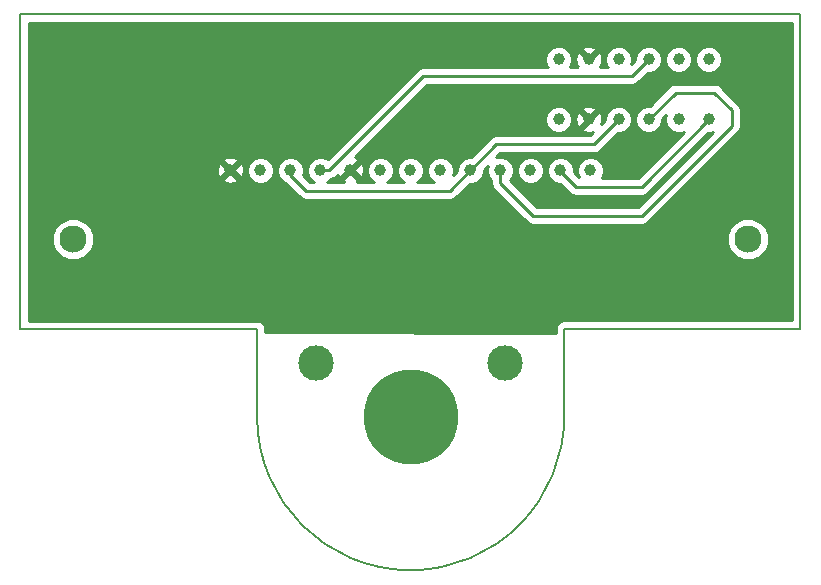
<source format=gbl>
G04 (created by PCBNEW (2012-nov-02)-testing) date Thu 24 Jan 2013 15:35:23 EST*
%MOIN*%
G04 Gerber Fmt 3.4, Leading zero omitted, Abs format*
%FSLAX34Y34*%
G01*
G70*
G90*
G04 APERTURE LIST*
%ADD10C,0.006*%
%ADD11C,0.00590551*%
%ADD12C,0.0393701*%
%ADD13C,0.11811*%
%ADD14C,0.314961*%
%ADD15C,0.0905512*%
%ADD16C,0.01*%
G04 APERTURE END LIST*
G54D10*
G54D11*
X90167Y-51299D02*
X98041Y-51299D01*
X90171Y-54187D02*
X90171Y-51312D01*
X85088Y-59344D02*
G75*
G03X90171Y-54190I-35J5118D01*
G74*
G01*
X79935Y-54226D02*
G75*
G03X85053Y-59344I5118J0D01*
G74*
G01*
X79935Y-51312D02*
X79935Y-54344D01*
X79541Y-51312D02*
X79935Y-51312D01*
X98047Y-40818D02*
X98047Y-51318D01*
X72047Y-40818D02*
X98047Y-40818D01*
X72047Y-51318D02*
X72047Y-40818D01*
X72047Y-51318D02*
X79547Y-51318D01*
G54D12*
X91994Y-44318D03*
X90994Y-44318D03*
X89994Y-44318D03*
X89994Y-42318D03*
X90994Y-42318D03*
X91994Y-42318D03*
X92994Y-44318D03*
X93994Y-44318D03*
X94994Y-44318D03*
X94994Y-42318D03*
X93994Y-42318D03*
X92994Y-42318D03*
X79047Y-46011D03*
X80047Y-46011D03*
X81047Y-46011D03*
X82047Y-46011D03*
X83047Y-46011D03*
X84047Y-46011D03*
X85047Y-46011D03*
X86047Y-46011D03*
X87047Y-46011D03*
X88047Y-46011D03*
X89047Y-46011D03*
X90047Y-46011D03*
X91047Y-46011D03*
G54D13*
X81903Y-52454D03*
X88202Y-52454D03*
G54D14*
X85053Y-54226D03*
G54D15*
X73800Y-48318D03*
X96294Y-48318D03*
G54D16*
X90047Y-46011D02*
X90047Y-46050D01*
X92756Y-46557D02*
X94994Y-44318D01*
X90553Y-46557D02*
X92756Y-46557D01*
X90047Y-46050D02*
X90553Y-46557D01*
X88047Y-46011D02*
X88047Y-46452D01*
X93886Y-43427D02*
X92994Y-44318D01*
X95179Y-43427D02*
X93886Y-43427D01*
X95770Y-44017D02*
X95179Y-43427D01*
X95770Y-44529D02*
X95770Y-44017D01*
X92758Y-47541D02*
X95770Y-44529D01*
X89136Y-47541D02*
X92758Y-47541D01*
X88047Y-46452D02*
X89136Y-47541D01*
X82047Y-46011D02*
X82338Y-46011D01*
X92437Y-42875D02*
X92994Y-42318D01*
X85474Y-42875D02*
X92437Y-42875D01*
X82338Y-46011D02*
X85474Y-42875D01*
X81047Y-46011D02*
X81047Y-46174D01*
X86354Y-46704D02*
X87047Y-46011D01*
X81577Y-46704D02*
X86354Y-46704D01*
X81047Y-46174D02*
X81577Y-46704D01*
X87047Y-46011D02*
X87053Y-46011D01*
X87053Y-46011D02*
X87915Y-45149D01*
X87915Y-45149D02*
X91163Y-45149D01*
X91163Y-45149D02*
X91994Y-44318D01*
G54D10*
G36*
X97767Y-51019D02*
X96997Y-51019D01*
X96997Y-48179D01*
X96890Y-47921D01*
X96693Y-47723D01*
X96434Y-47616D01*
X96155Y-47616D01*
X96070Y-47651D01*
X96070Y-44529D01*
X96070Y-44017D01*
X96047Y-43902D01*
X95982Y-43805D01*
X95982Y-43805D01*
X95441Y-43264D01*
X95441Y-42230D01*
X95373Y-42066D01*
X95247Y-41940D01*
X95083Y-41872D01*
X94905Y-41871D01*
X94741Y-41939D01*
X94615Y-42065D01*
X94547Y-42229D01*
X94547Y-42407D01*
X94615Y-42571D01*
X94741Y-42697D01*
X94905Y-42765D01*
X95082Y-42765D01*
X95247Y-42697D01*
X95373Y-42572D01*
X95441Y-42408D01*
X95441Y-42230D01*
X95441Y-43264D01*
X95391Y-43215D01*
X95294Y-43150D01*
X95179Y-43127D01*
X94441Y-43127D01*
X94441Y-42230D01*
X94373Y-42066D01*
X94247Y-41940D01*
X94083Y-41872D01*
X93905Y-41871D01*
X93741Y-41939D01*
X93615Y-42065D01*
X93547Y-42229D01*
X93547Y-42407D01*
X93615Y-42571D01*
X93741Y-42697D01*
X93905Y-42765D01*
X94082Y-42765D01*
X94247Y-42697D01*
X94373Y-42572D01*
X94441Y-42408D01*
X94441Y-42230D01*
X94441Y-43127D01*
X93886Y-43127D01*
X93771Y-43150D01*
X93674Y-43215D01*
X93017Y-43872D01*
X92905Y-43871D01*
X92741Y-43939D01*
X92615Y-44065D01*
X92547Y-44229D01*
X92547Y-44407D01*
X92615Y-44571D01*
X92741Y-44697D01*
X92905Y-44765D01*
X93082Y-44765D01*
X93247Y-44697D01*
X93373Y-44572D01*
X93441Y-44408D01*
X93441Y-44296D01*
X93575Y-44161D01*
X93547Y-44229D01*
X93547Y-44407D01*
X93615Y-44571D01*
X93741Y-44697D01*
X93905Y-44765D01*
X94082Y-44765D01*
X94151Y-44737D01*
X92632Y-46257D01*
X91429Y-46257D01*
X91494Y-46101D01*
X91494Y-45923D01*
X91426Y-45759D01*
X91300Y-45633D01*
X91136Y-45565D01*
X90958Y-45564D01*
X90794Y-45632D01*
X90668Y-45758D01*
X90600Y-45922D01*
X90600Y-46100D01*
X90656Y-46235D01*
X90494Y-46073D01*
X90494Y-45923D01*
X90426Y-45759D01*
X90300Y-45633D01*
X90136Y-45565D01*
X89958Y-45564D01*
X89794Y-45632D01*
X89668Y-45758D01*
X89600Y-45922D01*
X89600Y-46100D01*
X89668Y-46264D01*
X89793Y-46390D01*
X89957Y-46458D01*
X90030Y-46458D01*
X90341Y-46769D01*
X90341Y-46769D01*
X90438Y-46834D01*
X90553Y-46857D01*
X92756Y-46857D01*
X92756Y-46857D01*
X92871Y-46834D01*
X92871Y-46834D01*
X92968Y-46769D01*
X94971Y-44765D01*
X95082Y-44765D01*
X95128Y-44747D01*
X92634Y-47241D01*
X89494Y-47241D01*
X89494Y-45923D01*
X89426Y-45759D01*
X89300Y-45633D01*
X89136Y-45565D01*
X88958Y-45564D01*
X88794Y-45632D01*
X88668Y-45758D01*
X88600Y-45922D01*
X88600Y-46100D01*
X88668Y-46264D01*
X88793Y-46390D01*
X88957Y-46458D01*
X89135Y-46458D01*
X89300Y-46390D01*
X89425Y-46265D01*
X89494Y-46101D01*
X89494Y-45923D01*
X89494Y-47241D01*
X89260Y-47241D01*
X88355Y-46335D01*
X88425Y-46265D01*
X88494Y-46101D01*
X88494Y-45923D01*
X88426Y-45759D01*
X88300Y-45633D01*
X88136Y-45565D01*
X87958Y-45564D01*
X87900Y-45588D01*
X88040Y-45449D01*
X91163Y-45449D01*
X91163Y-45449D01*
X91278Y-45426D01*
X91278Y-45426D01*
X91375Y-45361D01*
X91971Y-44765D01*
X92082Y-44765D01*
X92247Y-44697D01*
X92373Y-44572D01*
X92441Y-44408D01*
X92441Y-44230D01*
X92373Y-44066D01*
X92247Y-43940D01*
X92083Y-43872D01*
X91905Y-43871D01*
X91741Y-43939D01*
X91615Y-44065D01*
X91547Y-44229D01*
X91547Y-44341D01*
X91413Y-44475D01*
X91446Y-44375D01*
X91433Y-44198D01*
X91390Y-44093D01*
X91305Y-44078D01*
X91234Y-44149D01*
X91234Y-44007D01*
X91220Y-43923D01*
X91051Y-43866D01*
X90874Y-43879D01*
X90768Y-43923D01*
X90754Y-44007D01*
X90994Y-44248D01*
X91234Y-44007D01*
X91234Y-44149D01*
X91100Y-44283D01*
X91065Y-44318D01*
X90994Y-44389D01*
X90959Y-44424D01*
X90923Y-44460D01*
X90923Y-44318D01*
X90683Y-44078D01*
X90598Y-44093D01*
X90542Y-44261D01*
X90555Y-44439D01*
X90598Y-44544D01*
X90683Y-44559D01*
X90923Y-44318D01*
X90923Y-44460D01*
X90754Y-44629D01*
X90768Y-44714D01*
X90937Y-44770D01*
X91114Y-44758D01*
X91142Y-44747D01*
X91039Y-44849D01*
X90441Y-44849D01*
X90441Y-44230D01*
X90373Y-44066D01*
X90247Y-43940D01*
X90083Y-43872D01*
X89905Y-43871D01*
X89741Y-43939D01*
X89615Y-44065D01*
X89547Y-44229D01*
X89547Y-44407D01*
X89615Y-44571D01*
X89741Y-44697D01*
X89905Y-44765D01*
X90082Y-44765D01*
X90247Y-44697D01*
X90373Y-44572D01*
X90441Y-44408D01*
X90441Y-44230D01*
X90441Y-44849D01*
X87915Y-44849D01*
X87800Y-44872D01*
X87703Y-44937D01*
X87076Y-45564D01*
X86958Y-45564D01*
X86794Y-45632D01*
X86668Y-45758D01*
X86600Y-45922D01*
X86600Y-46034D01*
X86465Y-46168D01*
X86494Y-46101D01*
X86494Y-45923D01*
X86426Y-45759D01*
X86300Y-45633D01*
X86136Y-45565D01*
X85958Y-45564D01*
X85794Y-45632D01*
X85668Y-45758D01*
X85600Y-45922D01*
X85600Y-46100D01*
X85668Y-46264D01*
X85793Y-46390D01*
X85828Y-46404D01*
X85266Y-46404D01*
X85300Y-46390D01*
X85425Y-46265D01*
X85494Y-46101D01*
X85494Y-45923D01*
X85426Y-45759D01*
X85300Y-45633D01*
X85136Y-45565D01*
X84958Y-45564D01*
X84794Y-45632D01*
X84668Y-45758D01*
X84600Y-45922D01*
X84600Y-46100D01*
X84668Y-46264D01*
X84793Y-46390D01*
X84828Y-46404D01*
X84266Y-46404D01*
X84300Y-46390D01*
X84425Y-46265D01*
X84494Y-46101D01*
X84494Y-45923D01*
X84426Y-45759D01*
X84300Y-45633D01*
X84136Y-45565D01*
X83958Y-45564D01*
X83794Y-45632D01*
X83668Y-45758D01*
X83600Y-45922D01*
X83600Y-46100D01*
X83668Y-46264D01*
X83793Y-46390D01*
X83828Y-46404D01*
X83499Y-46404D01*
X83499Y-46068D01*
X83486Y-45891D01*
X83442Y-45786D01*
X83358Y-45771D01*
X83117Y-46011D01*
X83358Y-46252D01*
X83442Y-46237D01*
X83499Y-46068D01*
X83499Y-46404D01*
X83273Y-46404D01*
X83287Y-46322D01*
X83047Y-46082D01*
X82806Y-46322D01*
X82821Y-46404D01*
X82266Y-46404D01*
X82300Y-46390D01*
X82389Y-46301D01*
X82453Y-46288D01*
X82453Y-46288D01*
X82551Y-46223D01*
X82618Y-46156D01*
X82651Y-46237D01*
X82736Y-46252D01*
X82941Y-46047D01*
X82941Y-46047D01*
X82976Y-46011D01*
X83047Y-45941D01*
X83082Y-45905D01*
X83287Y-45700D01*
X83272Y-45616D01*
X83187Y-45587D01*
X85599Y-43175D01*
X92437Y-43175D01*
X92437Y-43175D01*
X92552Y-43153D01*
X92552Y-43153D01*
X92649Y-43088D01*
X92971Y-42765D01*
X93082Y-42765D01*
X93247Y-42697D01*
X93373Y-42572D01*
X93441Y-42408D01*
X93441Y-42230D01*
X93373Y-42066D01*
X93247Y-41940D01*
X93083Y-41872D01*
X92905Y-41871D01*
X92741Y-41939D01*
X92615Y-42065D01*
X92547Y-42229D01*
X92547Y-42341D01*
X92413Y-42476D01*
X92441Y-42408D01*
X92441Y-42230D01*
X92373Y-42066D01*
X92247Y-41940D01*
X92083Y-41872D01*
X91905Y-41871D01*
X91741Y-41939D01*
X91615Y-42065D01*
X91547Y-42229D01*
X91547Y-42407D01*
X91615Y-42571D01*
X91619Y-42575D01*
X91446Y-42575D01*
X91380Y-42575D01*
X91386Y-42569D01*
X91365Y-42548D01*
X91390Y-42544D01*
X91446Y-42375D01*
X91433Y-42198D01*
X91390Y-42093D01*
X91305Y-42078D01*
X91234Y-42149D01*
X91234Y-42007D01*
X91220Y-41923D01*
X91051Y-41866D01*
X90874Y-41879D01*
X90768Y-41923D01*
X90754Y-42007D01*
X90994Y-42248D01*
X91234Y-42007D01*
X91234Y-42149D01*
X91100Y-42283D01*
X91065Y-42318D01*
X90994Y-42389D01*
X90923Y-42318D01*
X90888Y-42283D01*
X90683Y-42078D01*
X90598Y-42093D01*
X90542Y-42261D01*
X90555Y-42439D01*
X90598Y-42544D01*
X90623Y-42548D01*
X90602Y-42569D01*
X90608Y-42575D01*
X90369Y-42575D01*
X90373Y-42572D01*
X90441Y-42408D01*
X90441Y-42230D01*
X90373Y-42066D01*
X90247Y-41940D01*
X90083Y-41872D01*
X89905Y-41871D01*
X89741Y-41939D01*
X89615Y-42065D01*
X89547Y-42229D01*
X89547Y-42407D01*
X89615Y-42571D01*
X89619Y-42575D01*
X85474Y-42575D01*
X85359Y-42598D01*
X85262Y-42663D01*
X82295Y-45631D01*
X82136Y-45565D01*
X81958Y-45564D01*
X81794Y-45632D01*
X81668Y-45758D01*
X81600Y-45922D01*
X81600Y-46100D01*
X81668Y-46264D01*
X81793Y-46390D01*
X81828Y-46404D01*
X81701Y-46404D01*
X81465Y-46169D01*
X81494Y-46101D01*
X81494Y-45923D01*
X81426Y-45759D01*
X81300Y-45633D01*
X81136Y-45565D01*
X80958Y-45564D01*
X80794Y-45632D01*
X80668Y-45758D01*
X80600Y-45922D01*
X80600Y-46100D01*
X80668Y-46264D01*
X80793Y-46390D01*
X80870Y-46422D01*
X81365Y-46916D01*
X81365Y-46916D01*
X81462Y-46981D01*
X81577Y-47004D01*
X86354Y-47004D01*
X86354Y-47004D01*
X86469Y-46981D01*
X86469Y-46981D01*
X86566Y-46916D01*
X87024Y-46458D01*
X87135Y-46458D01*
X87300Y-46390D01*
X87425Y-46265D01*
X87494Y-46101D01*
X87494Y-45995D01*
X87624Y-45865D01*
X87600Y-45922D01*
X87600Y-46100D01*
X87668Y-46264D01*
X87747Y-46343D01*
X87747Y-46452D01*
X87770Y-46567D01*
X87835Y-46664D01*
X88924Y-47753D01*
X88924Y-47753D01*
X89021Y-47818D01*
X89136Y-47841D01*
X89136Y-47841D01*
X92758Y-47841D01*
X92758Y-47841D01*
X92873Y-47818D01*
X92873Y-47818D01*
X92970Y-47753D01*
X95982Y-44741D01*
X95982Y-44741D01*
X96047Y-44644D01*
X96070Y-44529D01*
X96070Y-44529D01*
X96070Y-47651D01*
X95896Y-47722D01*
X95699Y-47920D01*
X95591Y-48178D01*
X95591Y-48458D01*
X95698Y-48716D01*
X95895Y-48914D01*
X96154Y-49021D01*
X96433Y-49021D01*
X96692Y-48915D01*
X96889Y-48717D01*
X96997Y-48459D01*
X96997Y-48179D01*
X96997Y-51019D01*
X90167Y-51019D01*
X90060Y-51040D01*
X89969Y-51101D01*
X89909Y-51192D01*
X89887Y-51299D01*
X89891Y-51319D01*
X89891Y-51437D01*
X80494Y-51402D01*
X80494Y-45923D01*
X80426Y-45759D01*
X80300Y-45633D01*
X80136Y-45565D01*
X79958Y-45564D01*
X79794Y-45632D01*
X79668Y-45758D01*
X79600Y-45922D01*
X79600Y-46100D01*
X79668Y-46264D01*
X79793Y-46390D01*
X79957Y-46458D01*
X80135Y-46458D01*
X80300Y-46390D01*
X80425Y-46265D01*
X80494Y-46101D01*
X80494Y-45923D01*
X80494Y-51402D01*
X80214Y-51401D01*
X80214Y-51312D01*
X80193Y-51206D01*
X80132Y-51115D01*
X80042Y-51054D01*
X79935Y-51033D01*
X79541Y-51033D01*
X79511Y-51039D01*
X79499Y-51039D01*
X79499Y-46068D01*
X79486Y-45891D01*
X79442Y-45786D01*
X79358Y-45771D01*
X79287Y-45842D01*
X79287Y-45700D01*
X79272Y-45616D01*
X79104Y-45559D01*
X78927Y-45572D01*
X78821Y-45616D01*
X78806Y-45700D01*
X79047Y-45941D01*
X79287Y-45700D01*
X79287Y-45842D01*
X79117Y-46011D01*
X79358Y-46252D01*
X79442Y-46237D01*
X79499Y-46068D01*
X79499Y-51039D01*
X79287Y-51039D01*
X79287Y-46322D01*
X79047Y-46082D01*
X78976Y-46153D01*
X78976Y-46011D01*
X78736Y-45771D01*
X78651Y-45786D01*
X78595Y-45954D01*
X78607Y-46132D01*
X78651Y-46237D01*
X78736Y-46252D01*
X78976Y-46011D01*
X78976Y-46153D01*
X78806Y-46322D01*
X78821Y-46407D01*
X78990Y-46463D01*
X79167Y-46451D01*
X79272Y-46407D01*
X79287Y-46322D01*
X79287Y-51039D01*
X74502Y-51039D01*
X74502Y-48179D01*
X74396Y-47921D01*
X74198Y-47723D01*
X73940Y-47616D01*
X73660Y-47616D01*
X73402Y-47722D01*
X73204Y-47920D01*
X73097Y-48178D01*
X73097Y-48458D01*
X73203Y-48716D01*
X73401Y-48914D01*
X73659Y-49021D01*
X73939Y-49021D01*
X74197Y-48915D01*
X74395Y-48717D01*
X74502Y-48459D01*
X74502Y-48179D01*
X74502Y-51039D01*
X72326Y-51039D01*
X72326Y-41098D01*
X97767Y-41098D01*
X97767Y-51019D01*
X97767Y-51019D01*
G37*
G54D16*
X97767Y-51019D02*
X96997Y-51019D01*
X96997Y-48179D01*
X96890Y-47921D01*
X96693Y-47723D01*
X96434Y-47616D01*
X96155Y-47616D01*
X96070Y-47651D01*
X96070Y-44529D01*
X96070Y-44017D01*
X96047Y-43902D01*
X95982Y-43805D01*
X95982Y-43805D01*
X95441Y-43264D01*
X95441Y-42230D01*
X95373Y-42066D01*
X95247Y-41940D01*
X95083Y-41872D01*
X94905Y-41871D01*
X94741Y-41939D01*
X94615Y-42065D01*
X94547Y-42229D01*
X94547Y-42407D01*
X94615Y-42571D01*
X94741Y-42697D01*
X94905Y-42765D01*
X95082Y-42765D01*
X95247Y-42697D01*
X95373Y-42572D01*
X95441Y-42408D01*
X95441Y-42230D01*
X95441Y-43264D01*
X95391Y-43215D01*
X95294Y-43150D01*
X95179Y-43127D01*
X94441Y-43127D01*
X94441Y-42230D01*
X94373Y-42066D01*
X94247Y-41940D01*
X94083Y-41872D01*
X93905Y-41871D01*
X93741Y-41939D01*
X93615Y-42065D01*
X93547Y-42229D01*
X93547Y-42407D01*
X93615Y-42571D01*
X93741Y-42697D01*
X93905Y-42765D01*
X94082Y-42765D01*
X94247Y-42697D01*
X94373Y-42572D01*
X94441Y-42408D01*
X94441Y-42230D01*
X94441Y-43127D01*
X93886Y-43127D01*
X93771Y-43150D01*
X93674Y-43215D01*
X93017Y-43872D01*
X92905Y-43871D01*
X92741Y-43939D01*
X92615Y-44065D01*
X92547Y-44229D01*
X92547Y-44407D01*
X92615Y-44571D01*
X92741Y-44697D01*
X92905Y-44765D01*
X93082Y-44765D01*
X93247Y-44697D01*
X93373Y-44572D01*
X93441Y-44408D01*
X93441Y-44296D01*
X93575Y-44161D01*
X93547Y-44229D01*
X93547Y-44407D01*
X93615Y-44571D01*
X93741Y-44697D01*
X93905Y-44765D01*
X94082Y-44765D01*
X94151Y-44737D01*
X92632Y-46257D01*
X91429Y-46257D01*
X91494Y-46101D01*
X91494Y-45923D01*
X91426Y-45759D01*
X91300Y-45633D01*
X91136Y-45565D01*
X90958Y-45564D01*
X90794Y-45632D01*
X90668Y-45758D01*
X90600Y-45922D01*
X90600Y-46100D01*
X90656Y-46235D01*
X90494Y-46073D01*
X90494Y-45923D01*
X90426Y-45759D01*
X90300Y-45633D01*
X90136Y-45565D01*
X89958Y-45564D01*
X89794Y-45632D01*
X89668Y-45758D01*
X89600Y-45922D01*
X89600Y-46100D01*
X89668Y-46264D01*
X89793Y-46390D01*
X89957Y-46458D01*
X90030Y-46458D01*
X90341Y-46769D01*
X90341Y-46769D01*
X90438Y-46834D01*
X90553Y-46857D01*
X92756Y-46857D01*
X92756Y-46857D01*
X92871Y-46834D01*
X92871Y-46834D01*
X92968Y-46769D01*
X94971Y-44765D01*
X95082Y-44765D01*
X95128Y-44747D01*
X92634Y-47241D01*
X89494Y-47241D01*
X89494Y-45923D01*
X89426Y-45759D01*
X89300Y-45633D01*
X89136Y-45565D01*
X88958Y-45564D01*
X88794Y-45632D01*
X88668Y-45758D01*
X88600Y-45922D01*
X88600Y-46100D01*
X88668Y-46264D01*
X88793Y-46390D01*
X88957Y-46458D01*
X89135Y-46458D01*
X89300Y-46390D01*
X89425Y-46265D01*
X89494Y-46101D01*
X89494Y-45923D01*
X89494Y-47241D01*
X89260Y-47241D01*
X88355Y-46335D01*
X88425Y-46265D01*
X88494Y-46101D01*
X88494Y-45923D01*
X88426Y-45759D01*
X88300Y-45633D01*
X88136Y-45565D01*
X87958Y-45564D01*
X87900Y-45588D01*
X88040Y-45449D01*
X91163Y-45449D01*
X91163Y-45449D01*
X91278Y-45426D01*
X91278Y-45426D01*
X91375Y-45361D01*
X91971Y-44765D01*
X92082Y-44765D01*
X92247Y-44697D01*
X92373Y-44572D01*
X92441Y-44408D01*
X92441Y-44230D01*
X92373Y-44066D01*
X92247Y-43940D01*
X92083Y-43872D01*
X91905Y-43871D01*
X91741Y-43939D01*
X91615Y-44065D01*
X91547Y-44229D01*
X91547Y-44341D01*
X91413Y-44475D01*
X91446Y-44375D01*
X91433Y-44198D01*
X91390Y-44093D01*
X91305Y-44078D01*
X91234Y-44149D01*
X91234Y-44007D01*
X91220Y-43923D01*
X91051Y-43866D01*
X90874Y-43879D01*
X90768Y-43923D01*
X90754Y-44007D01*
X90994Y-44248D01*
X91234Y-44007D01*
X91234Y-44149D01*
X91100Y-44283D01*
X91065Y-44318D01*
X90994Y-44389D01*
X90959Y-44424D01*
X90923Y-44460D01*
X90923Y-44318D01*
X90683Y-44078D01*
X90598Y-44093D01*
X90542Y-44261D01*
X90555Y-44439D01*
X90598Y-44544D01*
X90683Y-44559D01*
X90923Y-44318D01*
X90923Y-44460D01*
X90754Y-44629D01*
X90768Y-44714D01*
X90937Y-44770D01*
X91114Y-44758D01*
X91142Y-44747D01*
X91039Y-44849D01*
X90441Y-44849D01*
X90441Y-44230D01*
X90373Y-44066D01*
X90247Y-43940D01*
X90083Y-43872D01*
X89905Y-43871D01*
X89741Y-43939D01*
X89615Y-44065D01*
X89547Y-44229D01*
X89547Y-44407D01*
X89615Y-44571D01*
X89741Y-44697D01*
X89905Y-44765D01*
X90082Y-44765D01*
X90247Y-44697D01*
X90373Y-44572D01*
X90441Y-44408D01*
X90441Y-44230D01*
X90441Y-44849D01*
X87915Y-44849D01*
X87800Y-44872D01*
X87703Y-44937D01*
X87076Y-45564D01*
X86958Y-45564D01*
X86794Y-45632D01*
X86668Y-45758D01*
X86600Y-45922D01*
X86600Y-46034D01*
X86465Y-46168D01*
X86494Y-46101D01*
X86494Y-45923D01*
X86426Y-45759D01*
X86300Y-45633D01*
X86136Y-45565D01*
X85958Y-45564D01*
X85794Y-45632D01*
X85668Y-45758D01*
X85600Y-45922D01*
X85600Y-46100D01*
X85668Y-46264D01*
X85793Y-46390D01*
X85828Y-46404D01*
X85266Y-46404D01*
X85300Y-46390D01*
X85425Y-46265D01*
X85494Y-46101D01*
X85494Y-45923D01*
X85426Y-45759D01*
X85300Y-45633D01*
X85136Y-45565D01*
X84958Y-45564D01*
X84794Y-45632D01*
X84668Y-45758D01*
X84600Y-45922D01*
X84600Y-46100D01*
X84668Y-46264D01*
X84793Y-46390D01*
X84828Y-46404D01*
X84266Y-46404D01*
X84300Y-46390D01*
X84425Y-46265D01*
X84494Y-46101D01*
X84494Y-45923D01*
X84426Y-45759D01*
X84300Y-45633D01*
X84136Y-45565D01*
X83958Y-45564D01*
X83794Y-45632D01*
X83668Y-45758D01*
X83600Y-45922D01*
X83600Y-46100D01*
X83668Y-46264D01*
X83793Y-46390D01*
X83828Y-46404D01*
X83499Y-46404D01*
X83499Y-46068D01*
X83486Y-45891D01*
X83442Y-45786D01*
X83358Y-45771D01*
X83117Y-46011D01*
X83358Y-46252D01*
X83442Y-46237D01*
X83499Y-46068D01*
X83499Y-46404D01*
X83273Y-46404D01*
X83287Y-46322D01*
X83047Y-46082D01*
X82806Y-46322D01*
X82821Y-46404D01*
X82266Y-46404D01*
X82300Y-46390D01*
X82389Y-46301D01*
X82453Y-46288D01*
X82453Y-46288D01*
X82551Y-46223D01*
X82618Y-46156D01*
X82651Y-46237D01*
X82736Y-46252D01*
X82941Y-46047D01*
X82941Y-46047D01*
X82976Y-46011D01*
X83047Y-45941D01*
X83082Y-45905D01*
X83287Y-45700D01*
X83272Y-45616D01*
X83187Y-45587D01*
X85599Y-43175D01*
X92437Y-43175D01*
X92437Y-43175D01*
X92552Y-43153D01*
X92552Y-43153D01*
X92649Y-43088D01*
X92971Y-42765D01*
X93082Y-42765D01*
X93247Y-42697D01*
X93373Y-42572D01*
X93441Y-42408D01*
X93441Y-42230D01*
X93373Y-42066D01*
X93247Y-41940D01*
X93083Y-41872D01*
X92905Y-41871D01*
X92741Y-41939D01*
X92615Y-42065D01*
X92547Y-42229D01*
X92547Y-42341D01*
X92413Y-42476D01*
X92441Y-42408D01*
X92441Y-42230D01*
X92373Y-42066D01*
X92247Y-41940D01*
X92083Y-41872D01*
X91905Y-41871D01*
X91741Y-41939D01*
X91615Y-42065D01*
X91547Y-42229D01*
X91547Y-42407D01*
X91615Y-42571D01*
X91619Y-42575D01*
X91446Y-42575D01*
X91380Y-42575D01*
X91386Y-42569D01*
X91365Y-42548D01*
X91390Y-42544D01*
X91446Y-42375D01*
X91433Y-42198D01*
X91390Y-42093D01*
X91305Y-42078D01*
X91234Y-42149D01*
X91234Y-42007D01*
X91220Y-41923D01*
X91051Y-41866D01*
X90874Y-41879D01*
X90768Y-41923D01*
X90754Y-42007D01*
X90994Y-42248D01*
X91234Y-42007D01*
X91234Y-42149D01*
X91100Y-42283D01*
X91065Y-42318D01*
X90994Y-42389D01*
X90923Y-42318D01*
X90888Y-42283D01*
X90683Y-42078D01*
X90598Y-42093D01*
X90542Y-42261D01*
X90555Y-42439D01*
X90598Y-42544D01*
X90623Y-42548D01*
X90602Y-42569D01*
X90608Y-42575D01*
X90369Y-42575D01*
X90373Y-42572D01*
X90441Y-42408D01*
X90441Y-42230D01*
X90373Y-42066D01*
X90247Y-41940D01*
X90083Y-41872D01*
X89905Y-41871D01*
X89741Y-41939D01*
X89615Y-42065D01*
X89547Y-42229D01*
X89547Y-42407D01*
X89615Y-42571D01*
X89619Y-42575D01*
X85474Y-42575D01*
X85359Y-42598D01*
X85262Y-42663D01*
X82295Y-45631D01*
X82136Y-45565D01*
X81958Y-45564D01*
X81794Y-45632D01*
X81668Y-45758D01*
X81600Y-45922D01*
X81600Y-46100D01*
X81668Y-46264D01*
X81793Y-46390D01*
X81828Y-46404D01*
X81701Y-46404D01*
X81465Y-46169D01*
X81494Y-46101D01*
X81494Y-45923D01*
X81426Y-45759D01*
X81300Y-45633D01*
X81136Y-45565D01*
X80958Y-45564D01*
X80794Y-45632D01*
X80668Y-45758D01*
X80600Y-45922D01*
X80600Y-46100D01*
X80668Y-46264D01*
X80793Y-46390D01*
X80870Y-46422D01*
X81365Y-46916D01*
X81365Y-46916D01*
X81462Y-46981D01*
X81577Y-47004D01*
X86354Y-47004D01*
X86354Y-47004D01*
X86469Y-46981D01*
X86469Y-46981D01*
X86566Y-46916D01*
X87024Y-46458D01*
X87135Y-46458D01*
X87300Y-46390D01*
X87425Y-46265D01*
X87494Y-46101D01*
X87494Y-45995D01*
X87624Y-45865D01*
X87600Y-45922D01*
X87600Y-46100D01*
X87668Y-46264D01*
X87747Y-46343D01*
X87747Y-46452D01*
X87770Y-46567D01*
X87835Y-46664D01*
X88924Y-47753D01*
X88924Y-47753D01*
X89021Y-47818D01*
X89136Y-47841D01*
X89136Y-47841D01*
X92758Y-47841D01*
X92758Y-47841D01*
X92873Y-47818D01*
X92873Y-47818D01*
X92970Y-47753D01*
X95982Y-44741D01*
X95982Y-44741D01*
X96047Y-44644D01*
X96070Y-44529D01*
X96070Y-44529D01*
X96070Y-47651D01*
X95896Y-47722D01*
X95699Y-47920D01*
X95591Y-48178D01*
X95591Y-48458D01*
X95698Y-48716D01*
X95895Y-48914D01*
X96154Y-49021D01*
X96433Y-49021D01*
X96692Y-48915D01*
X96889Y-48717D01*
X96997Y-48459D01*
X96997Y-48179D01*
X96997Y-51019D01*
X90167Y-51019D01*
X90060Y-51040D01*
X89969Y-51101D01*
X89909Y-51192D01*
X89887Y-51299D01*
X89891Y-51319D01*
X89891Y-51437D01*
X80494Y-51402D01*
X80494Y-45923D01*
X80426Y-45759D01*
X80300Y-45633D01*
X80136Y-45565D01*
X79958Y-45564D01*
X79794Y-45632D01*
X79668Y-45758D01*
X79600Y-45922D01*
X79600Y-46100D01*
X79668Y-46264D01*
X79793Y-46390D01*
X79957Y-46458D01*
X80135Y-46458D01*
X80300Y-46390D01*
X80425Y-46265D01*
X80494Y-46101D01*
X80494Y-45923D01*
X80494Y-51402D01*
X80214Y-51401D01*
X80214Y-51312D01*
X80193Y-51206D01*
X80132Y-51115D01*
X80042Y-51054D01*
X79935Y-51033D01*
X79541Y-51033D01*
X79511Y-51039D01*
X79499Y-51039D01*
X79499Y-46068D01*
X79486Y-45891D01*
X79442Y-45786D01*
X79358Y-45771D01*
X79287Y-45842D01*
X79287Y-45700D01*
X79272Y-45616D01*
X79104Y-45559D01*
X78927Y-45572D01*
X78821Y-45616D01*
X78806Y-45700D01*
X79047Y-45941D01*
X79287Y-45700D01*
X79287Y-45842D01*
X79117Y-46011D01*
X79358Y-46252D01*
X79442Y-46237D01*
X79499Y-46068D01*
X79499Y-51039D01*
X79287Y-51039D01*
X79287Y-46322D01*
X79047Y-46082D01*
X78976Y-46153D01*
X78976Y-46011D01*
X78736Y-45771D01*
X78651Y-45786D01*
X78595Y-45954D01*
X78607Y-46132D01*
X78651Y-46237D01*
X78736Y-46252D01*
X78976Y-46011D01*
X78976Y-46153D01*
X78806Y-46322D01*
X78821Y-46407D01*
X78990Y-46463D01*
X79167Y-46451D01*
X79272Y-46407D01*
X79287Y-46322D01*
X79287Y-51039D01*
X74502Y-51039D01*
X74502Y-48179D01*
X74396Y-47921D01*
X74198Y-47723D01*
X73940Y-47616D01*
X73660Y-47616D01*
X73402Y-47722D01*
X73204Y-47920D01*
X73097Y-48178D01*
X73097Y-48458D01*
X73203Y-48716D01*
X73401Y-48914D01*
X73659Y-49021D01*
X73939Y-49021D01*
X74197Y-48915D01*
X74395Y-48717D01*
X74502Y-48459D01*
X74502Y-48179D01*
X74502Y-51039D01*
X72326Y-51039D01*
X72326Y-41098D01*
X97767Y-41098D01*
X97767Y-51019D01*
M02*

</source>
